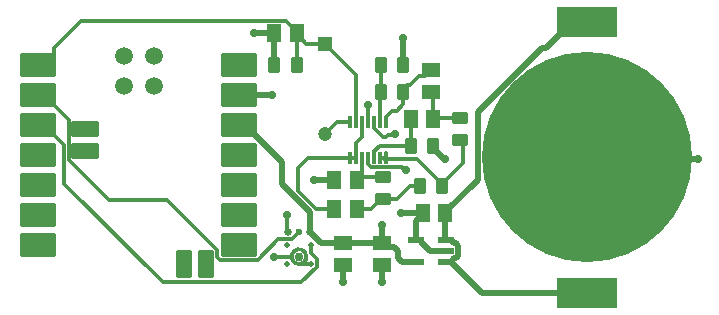
<source format=gbr>
%TF.GenerationSoftware,Altium Limited,Altium Designer,25.3.3 (18)*%
G04 Layer_Physical_Order=1*
G04 Layer_Color=255*
%FSLAX45Y45*%
%MOMM*%
%TF.SameCoordinates,1FB2B9E7-3E12-4CFE-8A3D-C156B5A0EB04*%
%TF.FilePolarity,Positive*%
%TF.FileFunction,Copper,L1,Top,Signal*%
%TF.Part,Single*%
G01*
G75*
%TA.AperFunction,Conductor*%
%ADD10C,0.30000*%
%TA.AperFunction,SMDPad,CuDef*%
G04:AMPARAMS|DCode=11|XSize=3mm|YSize=2mm|CornerRadius=0.03mm|HoleSize=0mm|Usage=FLASHONLY|Rotation=0.000|XOffset=0mm|YOffset=0mm|HoleType=Round|Shape=RoundedRectangle|*
%AMROUNDEDRECTD11*
21,1,3.00000,1.94000,0,0,0.0*
21,1,2.94000,2.00000,0,0,0.0*
1,1,0.06000,1.47000,-0.97000*
1,1,0.06000,-1.47000,-0.97000*
1,1,0.06000,-1.47000,0.97000*
1,1,0.06000,1.47000,0.97000*
%
%ADD11ROUNDEDRECTD11*%
G04:AMPARAMS|DCode=12|XSize=2.3mm|YSize=1.3mm|CornerRadius=0.026mm|HoleSize=0mm|Usage=FLASHONLY|Rotation=0.000|XOffset=0mm|YOffset=0mm|HoleType=Round|Shape=RoundedRectangle|*
%AMROUNDEDRECTD12*
21,1,2.30000,1.24800,0,0,0.0*
21,1,2.24800,1.30000,0,0,0.0*
1,1,0.05200,1.12400,-0.62400*
1,1,0.05200,-1.12400,-0.62400*
1,1,0.05200,-1.12400,0.62400*
1,1,0.05200,1.12400,0.62400*
%
%ADD12ROUNDEDRECTD12*%
G04:AMPARAMS|DCode=13|XSize=1.3mm|YSize=2.3mm|CornerRadius=0.026mm|HoleSize=0mm|Usage=FLASHONLY|Rotation=0.000|XOffset=0mm|YOffset=0mm|HoleType=Round|Shape=RoundedRectangle|*
%AMROUNDEDRECTD13*
21,1,1.30000,2.24800,0,0,0.0*
21,1,1.24800,2.30000,0,0,0.0*
1,1,0.05200,0.62400,-1.12400*
1,1,0.05200,-0.62400,-1.12400*
1,1,0.05200,-0.62400,1.12400*
1,1,0.05200,0.62400,1.12400*
%
%ADD13ROUNDEDRECTD13*%
%ADD14C,1.50000*%
G04:AMPARAMS|DCode=15|XSize=1mm|YSize=1.42mm|CornerRadius=0.125mm|HoleSize=0mm|Usage=FLASHONLY|Rotation=180.000|XOffset=0mm|YOffset=0mm|HoleType=Round|Shape=RoundedRectangle|*
%AMROUNDEDRECTD15*
21,1,1.00000,1.17000,0,0,180.0*
21,1,0.75000,1.42000,0,0,180.0*
1,1,0.25000,-0.37500,0.58500*
1,1,0.25000,0.37500,0.58500*
1,1,0.25000,0.37500,-0.58500*
1,1,0.25000,-0.37500,-0.58500*
%
%ADD15ROUNDEDRECTD15*%
G04:AMPARAMS|DCode=16|XSize=1mm|YSize=1.42mm|CornerRadius=0.125mm|HoleSize=0mm|Usage=FLASHONLY|Rotation=270.000|XOffset=0mm|YOffset=0mm|HoleType=Round|Shape=RoundedRectangle|*
%AMROUNDEDRECTD16*
21,1,1.00000,1.17000,0,0,270.0*
21,1,0.75000,1.42000,0,0,270.0*
1,1,0.25000,-0.58500,-0.37500*
1,1,0.25000,-0.58500,0.37500*
1,1,0.25000,0.58500,0.37500*
1,1,0.25000,0.58500,-0.37500*
%
%ADD16ROUNDEDRECTD16*%
%ADD17R,1.32080X0.55880*%
%ADD18C,0.65000*%
%ADD19C,0.60000*%
%ADD20C,0.46000*%
%ADD21R,0.25000X0.25000*%
%ADD22R,1.50000X1.30000*%
%ADD23R,0.30000X1.07500*%
%ADD24R,1.30000X1.50000*%
%ADD25C,17.80000*%
%ADD26R,5.10000X2.50000*%
%TA.AperFunction,Conductor*%
%ADD27C,0.50000*%
%TA.AperFunction,ComponentPad*%
%ADD28C,0.75000*%
%ADD29C,1.20000*%
%ADD30R,1.20000X1.20000*%
%TA.AperFunction,ViaPad*%
%ADD31C,0.70000*%
D10*
X2640629Y572251D02*
G03*
X2653800Y610800I-49829J38549D01*
G01*
X2639729Y571114D02*
G03*
X2640629Y572251I-48929J39686D01*
G01*
X2630486Y561871D02*
G03*
X2639729Y571114I-39686J48929D01*
G01*
X2590800Y547800D02*
G03*
X2630486Y561871I0J63000D01*
G01*
X2653800Y610800D02*
G03*
X2590800Y547800I-63000J0D01*
G01*
X3299069Y1625600D02*
X3329069D01*
X3346815Y1643346D01*
X3395946D02*
X3403600Y1651000D01*
X3346815Y1643346D02*
X3395946D01*
X3225000Y1699669D02*
X3299069Y1625600D01*
X3225000Y1699669D02*
Y1754000D01*
X3481676Y1346200D02*
X3492500D01*
X3199579Y1367490D02*
X3460386D01*
X3481676Y1346200D01*
X3175000Y1392069D02*
X3199579Y1367490D01*
X3302000Y1100300D02*
X3424400D01*
X3530600Y1206500D01*
X3614900D01*
X3300000Y1446400D02*
X3309240Y1437160D01*
X3300000Y1446400D02*
X3325000D01*
X3275000D02*
X3300000D01*
X3325000D02*
Y1485150D01*
X3309240Y1437160D02*
X3592240D01*
X3801900Y1227500D01*
Y1206500D02*
Y1227500D01*
X3949700Y1595600D02*
X3975100Y1570200D01*
Y1400700D02*
Y1570200D01*
X3801900Y1227500D02*
X3975100Y1400700D01*
X3175000Y1392069D02*
Y1446400D01*
Y1754000D02*
Y1892300D01*
X3378975Y1846725D02*
X3417725D01*
X3471700Y1900700D02*
Y2006600D01*
X3417725Y1846725D02*
X3471700Y1900700D01*
Y2006600D02*
Y2027600D01*
X2489200Y825900D02*
Y939800D01*
Y825900D02*
X2494300Y820800D01*
X2374900Y609600D02*
X2527300D01*
X2591800Y546800D02*
X2692300D01*
X2640629Y572015D02*
X2653800Y585185D01*
Y610800D01*
X2640629Y572015D02*
Y572251D01*
X2639729Y571114D02*
X2640629Y572015D01*
X2630486Y561871D02*
X2639729Y571114D01*
X2616415Y547800D02*
X2630486Y561871D01*
X2590800Y547800D02*
X2616415D01*
X2590800D02*
X2591800Y546800D01*
X382800Y2235200D02*
X432800D01*
X517800Y2320200D01*
Y2373681D01*
X746179Y2602060D01*
X2481340D01*
X2571500Y2511900D01*
Y2501900D02*
Y2511900D01*
Y2491900D02*
X2650100Y2413300D01*
X2806700D01*
X2570000Y2500400D02*
X2571500Y2501900D01*
X2570000Y2235200D02*
Y2500400D01*
X2806700Y2413300D02*
X3075000Y2145000D01*
Y1754000D02*
Y2145000D01*
X2806700Y1650700D02*
X2910000Y1754000D01*
X3025000D01*
X2730500Y1016000D02*
X2889500D01*
X2578100Y1168400D02*
Y1358900D01*
Y1168400D02*
X2730500Y1016000D01*
X3325000Y1792750D02*
X3378975Y1846725D01*
X3325000Y1754000D02*
Y1792750D01*
X3125000Y1625200D02*
Y1754000D01*
X3075000Y1575200D02*
X3125000Y1625200D01*
X3075000Y1446400D02*
Y1575200D01*
X3025000Y1446400D02*
X3075000D01*
X2665600D02*
X3025000D01*
X2578100Y1358900D02*
X2665600Y1446400D01*
X3125000Y1302800D02*
Y1446400D01*
X3079500Y1257300D02*
X3125000Y1302800D01*
X3109500Y1287300D02*
X3302000D01*
X3079500Y1016000D02*
X3196700D01*
X3281000Y1100300D01*
X3302000D01*
X3731800Y1782600D02*
X3949700D01*
X3727200Y1778000D02*
X3731800Y1782600D01*
X3727200Y1778000D02*
Y1981700D01*
X3708400Y2000500D02*
X3727200Y1981700D01*
X3538700Y1549400D02*
Y1776500D01*
X3537200Y1778000D02*
X3538700Y1776500D01*
X3225000Y1446400D02*
Y1500731D01*
X3273669Y1549400D01*
X3538700D01*
X3658400Y2140500D02*
X3708400Y2190500D01*
X3605600Y2140500D02*
X3658400D01*
X3527700Y2062600D02*
X3605600Y2140500D01*
X3506700Y2062600D02*
X3527700D01*
X3471700Y2027600D02*
X3506700Y2062600D01*
X3275000Y1996900D02*
X3284700Y2006600D01*
X3275000Y1754000D02*
Y1996900D01*
X3284700Y2006600D02*
Y2235200D01*
X382800Y1727200D02*
X432800D01*
X602480Y1557520D01*
Y1226320D02*
Y1557520D01*
Y1226320D02*
X1435100Y393700D01*
X2607308D01*
X2740460Y526852D01*
Y592581D01*
X2692300Y640741D02*
X2740460Y592581D01*
X2692300Y640741D02*
Y710800D01*
X2494300Y820800D02*
Y830271D01*
X382800Y1981200D02*
X432800D01*
X642640Y1771360D01*
Y1429301D02*
Y1771360D01*
Y1429301D02*
X982630Y1089312D01*
X1475747D01*
X1900417Y664641D01*
Y609759D02*
Y664641D01*
Y609759D02*
X1924136Y586040D01*
X2241464D01*
X2414384Y758960D01*
X2528960D01*
X2590800Y820800D01*
D11*
X382800Y2235200D02*
D03*
Y1981200D02*
D03*
Y1727200D02*
D03*
Y1473200D02*
D03*
Y1219200D02*
D03*
Y965200D02*
D03*
Y711200D02*
D03*
X2082800D02*
D03*
Y965200D02*
D03*
Y1219200D02*
D03*
Y1473200D02*
D03*
Y1727200D02*
D03*
Y1981200D02*
D03*
Y2235200D02*
D03*
D12*
X782800Y1503200D02*
D03*
Y1693200D02*
D03*
D13*
X1612800Y548200D02*
D03*
X1802800D02*
D03*
D14*
X1105800Y2058200D02*
D03*
Y2312200D02*
D03*
X1359800Y2058200D02*
D03*
Y2312200D02*
D03*
D15*
X3725700Y1549400D02*
D03*
X3538700D02*
D03*
X3284700Y2006600D02*
D03*
X3471700D02*
D03*
X3284700Y2235200D02*
D03*
X3471700D02*
D03*
X2570000D02*
D03*
X2383000D02*
D03*
X3614900Y1206500D02*
D03*
X3801900D02*
D03*
D16*
X3949700Y1782600D02*
D03*
Y1595600D02*
D03*
X3302000Y1287300D02*
D03*
Y1100300D02*
D03*
D17*
X3837940Y566420D02*
D03*
Y660400D02*
D03*
Y754380D02*
D03*
X3578860D02*
D03*
Y566420D02*
D03*
D18*
X2494300Y820800D02*
D03*
X2687300D02*
D03*
D19*
X2590800D02*
D03*
D20*
X2489300Y710800D02*
D03*
Y546800D02*
D03*
X2692300D02*
D03*
Y710800D02*
D03*
D21*
X2590800Y547800D02*
D03*
D22*
X2959100Y730000D02*
D03*
Y540000D02*
D03*
X3708400Y2190500D02*
D03*
Y2000500D02*
D03*
X3289300Y730000D02*
D03*
Y540000D02*
D03*
D23*
X3025000Y1446400D02*
D03*
X3075000D02*
D03*
X3125000D02*
D03*
X3175000D02*
D03*
X3225000D02*
D03*
X3275000D02*
D03*
X3325000D02*
D03*
Y1754000D02*
D03*
X3275000D02*
D03*
X3225000D02*
D03*
X3175000D02*
D03*
X3125000D02*
D03*
X3075000D02*
D03*
X3025000D02*
D03*
D24*
X2571500Y2501900D02*
D03*
X2381500D02*
D03*
X2889500Y1257300D02*
D03*
X3079500D02*
D03*
Y1016000D02*
D03*
X2889500D02*
D03*
X3537200Y1778000D02*
D03*
X3727200D02*
D03*
X3828800Y977900D02*
D03*
X3638800D02*
D03*
D25*
X5029200Y1449800D02*
D03*
D26*
Y304800D02*
D03*
Y2594800D02*
D03*
D27*
X3289300Y730000D02*
Y876300D01*
X5040073Y1438927D02*
X5965173D01*
X5969000Y1435100D01*
X5029200Y1449800D02*
X5040073Y1438927D01*
X3467100Y2463800D02*
X3471700Y2459200D01*
Y2235200D02*
Y2459200D01*
X2082800Y1981200D02*
X2362200D01*
X2209800Y2501900D02*
X2381500D01*
X2382250Y2235950D02*
X2383000Y2235200D01*
X2382250Y2235950D02*
Y2501150D01*
X2381500Y2501900D02*
X2382250Y2501150D01*
X3616960Y754380D02*
X3619900Y751440D01*
X3918544Y723500D02*
X3939140Y702904D01*
X3918544Y597300D02*
X3939140Y617896D01*
X3696900Y660400D02*
X3837940D01*
X3619900Y737400D02*
X3696900Y660400D01*
X3876040Y754380D02*
X3906920Y723500D01*
Y597300D02*
X3918544D01*
X3906920Y723500D02*
X3918544D01*
X3837940Y754380D02*
X3876040D01*
X3939140Y617896D02*
Y702904D01*
X3876040Y566420D02*
X3906920Y597300D01*
X3619900Y737400D02*
Y751440D01*
X3819000Y1435100D02*
X3822700D01*
X3725700Y1528400D02*
X3819000Y1435100D01*
X3725700Y1528400D02*
Y1549400D01*
X2717800Y1257300D02*
X2889500D01*
X3289300Y393700D02*
Y540000D01*
X2959100Y393700D02*
Y540000D01*
X3454400Y977900D02*
X3638800D01*
Y967900D02*
Y977900D01*
X3578860Y907960D02*
X3638800Y967900D01*
X3578860Y754380D02*
Y907960D01*
Y754380D02*
X3616960D01*
X3395511Y690000D02*
X3429000Y656510D01*
X3329300Y690000D02*
X3395511D01*
X3289300Y730000D02*
X3329300Y690000D01*
X3459480Y566420D02*
X3578860D01*
X3429000Y596900D02*
Y656510D01*
Y596900D02*
X3459480Y566420D01*
X3831740Y754380D02*
X3837940D01*
X3828800Y757320D02*
X3831740Y754380D01*
X3828800Y757320D02*
Y977900D01*
X3837940Y566420D02*
X3876040D01*
X4137660Y304800D01*
X5029200D01*
X3828800Y987900D02*
X4104040Y1263140D01*
Y1833014D01*
X4645986Y2374960D01*
X4679360D01*
X4899200Y2594800D01*
X5029200D01*
X2082800Y1727200D02*
X2132800D01*
X2446115Y1413885D01*
Y1229448D02*
Y1413885D01*
Y1229448D02*
X2687300Y988263D01*
Y820800D02*
Y988263D01*
Y820800D02*
X2778100Y730000D01*
X2959100D01*
X3289300D01*
D28*
X2590800Y610800D02*
D03*
D29*
X2806700Y1650700D02*
D03*
D30*
Y2413300D02*
D03*
D31*
X3403600Y1651000D02*
D03*
X2489200Y965200D02*
D03*
X3289300Y876300D02*
D03*
X3492500Y1346200D02*
D03*
X3175000Y1892300D02*
D03*
X5969000Y1435100D02*
D03*
X2374900Y609600D02*
D03*
X3822700Y1435100D02*
D03*
X2717800Y1257300D02*
D03*
X3469400Y2461500D02*
D03*
X2209800Y2501900D02*
D03*
X2362200Y1981200D02*
D03*
X3454400Y977900D02*
D03*
X2959100Y393700D02*
D03*
X3289300D02*
D03*
%TF.MD5,0df235703baaaafc7477d374e4051567*%
M02*

</source>
